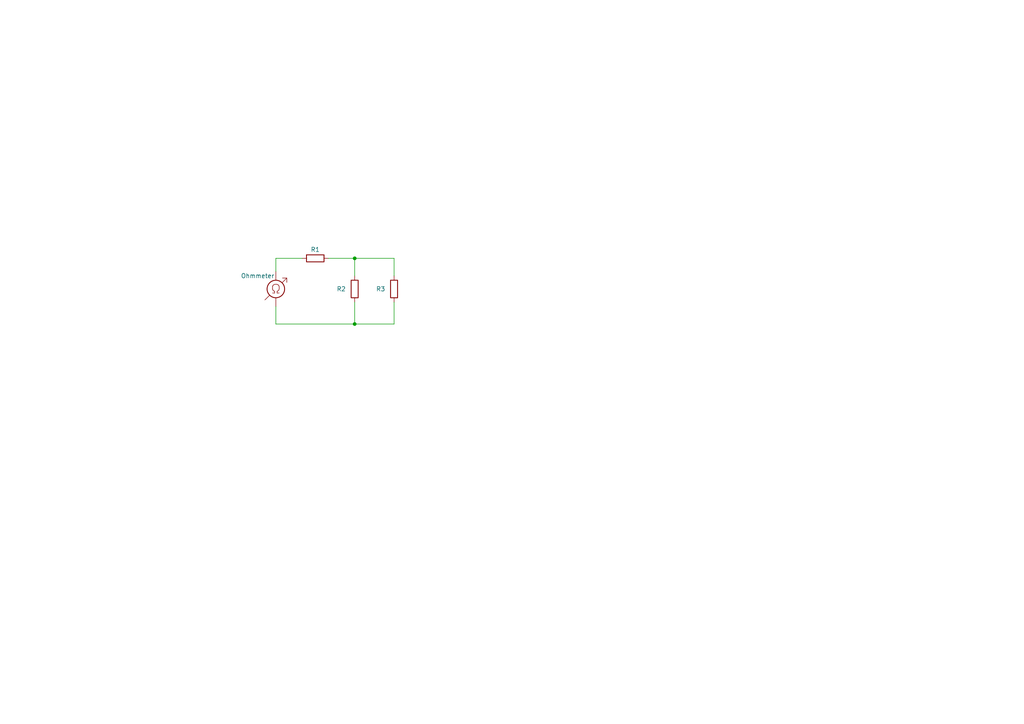
<source format=kicad_sch>
(kicad_sch (version 20230121) (generator eeschema)
  (paper "A4")
  (lib_symbols
    (symbol "Device:Ohmmeter" (pin_numbers hide) (pin_names (offset 0.0254) hide)
      (property "Reference" "MES" (at -3.302 1.016 0))
      (property "Value" "Ohmmeter" (at -3.302 -0.762 0))
      (symbol "Ohmmeter_0_0"
        (polyline (pts (xy -3.175 -3.175) (xy -1.905 -1.905)))
        (polyline (pts (xy 1.905 1.905) (xy 3.175 3.175)))
        (polyline (pts (xy 1.905 3.175) (xy 3.175 3.175) (xy 3.175 1.905)))
        (text "Ω" (at 0 0 0) (effects (font (size 2.54 2.54))))
      )
      (symbol "Ohmmeter_0_1"
        (circle (center 0 0) (radius 2.54) (stroke (width 0.254)))
      )
      (symbol "Ohmmeter_1_1"
        (pin passive line (at 0 -5.08 90) (length 2.54) (name "-") (number "1"))
        (pin passive line (at 0 5.08 270) (length 2.54) (name "+") (number "2"))
      )
    )
    (symbol "Device:R" (pin_numbers hide) (pin_names (offset 0))
      (property "Reference" "R" (at 2.032 0 90))
      (property "Value" "R" (at 0 0 90))
      (symbol "R_0_1"
        (rectangle (start -1.016 -2.54) (end 1.016 2.54) (stroke (width 0.254)))
      )
      (symbol "R_1_1"
        (pin passive line (at 0 3.81 270) (length 1.27) (name "~") (number "1"))
        (pin passive line (at 0 -3.81 90) (length 1.27) (name "~") (number "2"))
      )
    )
  )
  (junction (at 102.87 93.98))
  (junction (at 102.87 74.93))
  (wire (pts (xy 114.3 87.63) (xy 114.3 93.98)))
  (wire (pts (xy 102.87 93.98) (xy 114.3 93.98)))
  (wire (pts (xy 80.01 74.93) (xy 87.63 74.93)))
  (wire (pts (xy 80.01 93.98) (xy 102.87 93.98)))
  (wire (pts (xy 102.87 87.63) (xy 102.87 93.98)))
  (wire (pts (xy 80.01 78.74) (xy 80.01 74.93)))
  (wire (pts (xy 102.87 74.93) (xy 114.3 74.93)))
  (wire (pts (xy 80.01 93.98) (xy 80.01 88.9)))
  (wire (pts (xy 102.87 74.93) (xy 102.87 80.01)))
  (wire (pts (xy 114.3 80.01) (xy 114.3 74.93)))
  (wire (pts (xy 95.25 74.93) (xy 102.87 74.93)))
  (symbol (lib_id "Device:R") (at 114.3 83.82 0) (mirror x) (unit 1)
    (property "Reference" "R3" (at 111.76 83.82 0) (effects (justify right)))
    (property "Value" "R" (effects hide))
  )
  (symbol (lib_id "Device:R") (at 102.87 83.82 0) (mirror x) (unit 1)
    (property "Reference" "R2" (at 100.33 83.82 0) (effects (justify right)))
    (property "Value" "R" (effects hide))
  )
  (symbol (lib_id "Device:Ohmmeter") (at 80.01 83.82 0) (unit 1)
    (property "Reference" "MES1" (effects hide))
    (property "Value" "Ohmmeter" (at 69.85 80.01 0) (effects (justify left)))
  )
  (symbol (lib_id "Device:R") (at 91.44 74.93 90) (unit 1)
    (property "Reference" "R1" (at 91.44 72.39 90))
    (property "Value" "R" (effects hide))
  )
)
</source>
